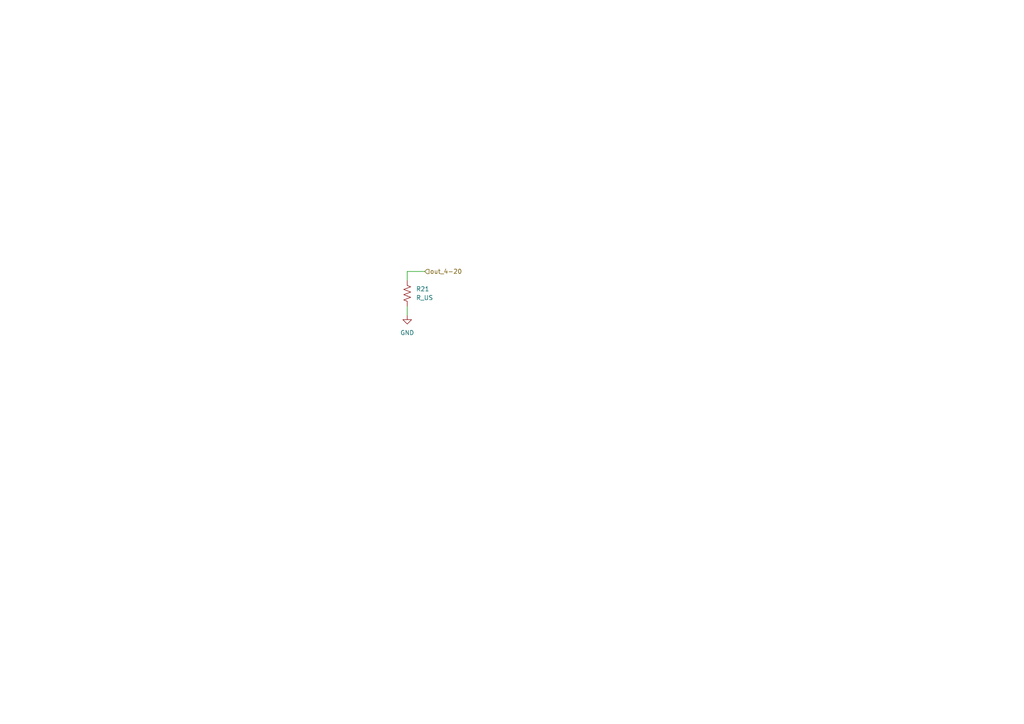
<source format=kicad_sch>
(kicad_sch
	(version 20231120)
	(generator "eeschema")
	(generator_version "8.0")
	(uuid "a326b4e0-f25e-46ec-a935-4079d01ce4a6")
	(paper "A4")
	(lib_symbols
		(symbol "Device:R_US"
			(pin_numbers hide)
			(pin_names
				(offset 0)
			)
			(exclude_from_sim no)
			(in_bom yes)
			(on_board yes)
			(property "Reference" "R"
				(at 2.54 0 90)
				(effects
					(font
						(size 1.27 1.27)
					)
				)
			)
			(property "Value" "R_US"
				(at -2.54 0 90)
				(effects
					(font
						(size 1.27 1.27)
					)
				)
			)
			(property "Footprint" ""
				(at 1.016 -0.254 90)
				(effects
					(font
						(size 1.27 1.27)
					)
					(hide yes)
				)
			)
			(property "Datasheet" "~"
				(at 0 0 0)
				(effects
					(font
						(size 1.27 1.27)
					)
					(hide yes)
				)
			)
			(property "Description" "Resistor, US symbol"
				(at 0 0 0)
				(effects
					(font
						(size 1.27 1.27)
					)
					(hide yes)
				)
			)
			(property "ki_keywords" "R res resistor"
				(at 0 0 0)
				(effects
					(font
						(size 1.27 1.27)
					)
					(hide yes)
				)
			)
			(property "ki_fp_filters" "R_*"
				(at 0 0 0)
				(effects
					(font
						(size 1.27 1.27)
					)
					(hide yes)
				)
			)
			(symbol "R_US_0_1"
				(polyline
					(pts
						(xy 0 -2.286) (xy 0 -2.54)
					)
					(stroke
						(width 0)
						(type default)
					)
					(fill
						(type none)
					)
				)
				(polyline
					(pts
						(xy 0 2.286) (xy 0 2.54)
					)
					(stroke
						(width 0)
						(type default)
					)
					(fill
						(type none)
					)
				)
				(polyline
					(pts
						(xy 0 -0.762) (xy 1.016 -1.143) (xy 0 -1.524) (xy -1.016 -1.905) (xy 0 -2.286)
					)
					(stroke
						(width 0)
						(type default)
					)
					(fill
						(type none)
					)
				)
				(polyline
					(pts
						(xy 0 0.762) (xy 1.016 0.381) (xy 0 0) (xy -1.016 -0.381) (xy 0 -0.762)
					)
					(stroke
						(width 0)
						(type default)
					)
					(fill
						(type none)
					)
				)
				(polyline
					(pts
						(xy 0 2.286) (xy 1.016 1.905) (xy 0 1.524) (xy -1.016 1.143) (xy 0 0.762)
					)
					(stroke
						(width 0)
						(type default)
					)
					(fill
						(type none)
					)
				)
			)
			(symbol "R_US_1_1"
				(pin passive line
					(at 0 3.81 270)
					(length 1.27)
					(name "~"
						(effects
							(font
								(size 1.27 1.27)
							)
						)
					)
					(number "1"
						(effects
							(font
								(size 1.27 1.27)
							)
						)
					)
				)
				(pin passive line
					(at 0 -3.81 90)
					(length 1.27)
					(name "~"
						(effects
							(font
								(size 1.27 1.27)
							)
						)
					)
					(number "2"
						(effects
							(font
								(size 1.27 1.27)
							)
						)
					)
				)
			)
		)
		(symbol "power:GND"
			(power)
			(pin_numbers hide)
			(pin_names
				(offset 0) hide)
			(exclude_from_sim no)
			(in_bom yes)
			(on_board yes)
			(property "Reference" "#PWR"
				(at 0 -6.35 0)
				(effects
					(font
						(size 1.27 1.27)
					)
					(hide yes)
				)
			)
			(property "Value" "GND"
				(at 0 -3.81 0)
				(effects
					(font
						(size 1.27 1.27)
					)
				)
			)
			(property "Footprint" ""
				(at 0 0 0)
				(effects
					(font
						(size 1.27 1.27)
					)
					(hide yes)
				)
			)
			(property "Datasheet" ""
				(at 0 0 0)
				(effects
					(font
						(size 1.27 1.27)
					)
					(hide yes)
				)
			)
			(property "Description" "Power symbol creates a global label with name \"GND\" , ground"
				(at 0 0 0)
				(effects
					(font
						(size 1.27 1.27)
					)
					(hide yes)
				)
			)
			(property "ki_keywords" "global power"
				(at 0 0 0)
				(effects
					(font
						(size 1.27 1.27)
					)
					(hide yes)
				)
			)
			(symbol "GND_0_1"
				(polyline
					(pts
						(xy 0 0) (xy 0 -1.27) (xy 1.27 -1.27) (xy 0 -2.54) (xy -1.27 -1.27) (xy 0 -1.27)
					)
					(stroke
						(width 0)
						(type default)
					)
					(fill
						(type none)
					)
				)
			)
			(symbol "GND_1_1"
				(pin power_in line
					(at 0 0 270)
					(length 0)
					(name "~"
						(effects
							(font
								(size 1.27 1.27)
							)
						)
					)
					(number "1"
						(effects
							(font
								(size 1.27 1.27)
							)
						)
					)
				)
			)
		)
	)
	(wire
		(pts
			(xy 123.19 78.74) (xy 118.11 78.74)
		)
		(stroke
			(width 0)
			(type default)
		)
		(uuid "3f7c2f5a-b902-4f2c-9adb-6f1e5ec4fbb8")
	)
	(wire
		(pts
			(xy 118.11 78.74) (xy 118.11 81.28)
		)
		(stroke
			(width 0)
			(type default)
		)
		(uuid "7d6df97c-dec0-40c1-a387-ddb439aafe8c")
	)
	(wire
		(pts
			(xy 118.11 88.9) (xy 118.11 91.44)
		)
		(stroke
			(width 0)
			(type default)
		)
		(uuid "82470522-2bc2-45e1-aaee-64ce80839e0a")
	)
	(hierarchical_label "out_4-20"
		(shape input)
		(at 123.19 78.74 0)
		(fields_autoplaced yes)
		(effects
			(font
				(size 1.27 1.27)
			)
			(justify left)
		)
		(uuid "9f6ed20c-e2df-4bf0-89cd-b517f88f063b")
	)
	(symbol
		(lib_id "power:GND")
		(at 118.11 91.44 0)
		(unit 1)
		(exclude_from_sim no)
		(in_bom yes)
		(on_board yes)
		(dnp no)
		(fields_autoplaced yes)
		(uuid "153fe2fb-20a5-4a6e-9767-bf7f430c6072")
		(property "Reference" "#PWR043"
			(at 118.11 97.79 0)
			(effects
				(font
					(size 1.27 1.27)
				)
				(hide yes)
			)
		)
		(property "Value" "GND"
			(at 118.11 96.52 0)
			(effects
				(font
					(size 1.27 1.27)
				)
			)
		)
		(property "Footprint" ""
			(at 118.11 91.44 0)
			(effects
				(font
					(size 1.27 1.27)
				)
				(hide yes)
			)
		)
		(property "Datasheet" ""
			(at 118.11 91.44 0)
			(effects
				(font
					(size 1.27 1.27)
				)
				(hide yes)
			)
		)
		(property "Description" "Power symbol creates a global label with name \"GND\" , ground"
			(at 118.11 91.44 0)
			(effects
				(font
					(size 1.27 1.27)
				)
				(hide yes)
			)
		)
		(pin "1"
			(uuid "85ea72df-7fc5-4aff-8e75-709b5b507abe")
		)
		(instances
			(project "ZorionX-Nivara"
				(path "/ae5c9891-8291-492e-8a61-8ac340267b67/d47eca49-96e4-4138-8979-47bb60019f67/43762a2a-c8cc-4eec-9f6c-e850649c26e5"
					(reference "#PWR043")
					(unit 1)
				)
			)
		)
	)
	(symbol
		(lib_id "Device:R_US")
		(at 118.11 85.09 0)
		(unit 1)
		(exclude_from_sim no)
		(in_bom yes)
		(on_board yes)
		(dnp no)
		(fields_autoplaced yes)
		(uuid "dd98d212-676a-400f-9cc9-c9fbea046830")
		(property "Reference" "R21"
			(at 120.65 83.8199 0)
			(effects
				(font
					(size 1.27 1.27)
				)
				(justify left)
			)
		)
		(property "Value" "R_US"
			(at 120.65 86.3599 0)
			(effects
				(font
					(size 1.27 1.27)
				)
				(justify left)
			)
		)
		(property "Footprint" "Resistor_SMD:R_0603_1608Metric"
			(at 119.126 85.344 90)
			(effects
				(font
					(size 1.27 1.27)
				)
				(hide yes)
			)
		)
		(property "Datasheet" "~"
			(at 118.11 85.09 0)
			(effects
				(font
					(size 1.27 1.27)
				)
				(hide yes)
			)
		)
		(property "Description" "Resistor, US symbol"
			(at 118.11 85.09 0)
			(effects
				(font
					(size 1.27 1.27)
				)
				(hide yes)
			)
		)
		(pin "1"
			(uuid "86e45713-687a-442f-af21-daa1efc584d5")
		)
		(pin "2"
			(uuid "eee38fbe-94ce-4ad6-ab02-11af372e24c3")
		)
		(instances
			(project "ZorionX-Nivara"
				(path "/ae5c9891-8291-492e-8a61-8ac340267b67/d47eca49-96e4-4138-8979-47bb60019f67/43762a2a-c8cc-4eec-9f6c-e850649c26e5"
					(reference "R21")
					(unit 1)
				)
			)
		)
	)
)
</source>
